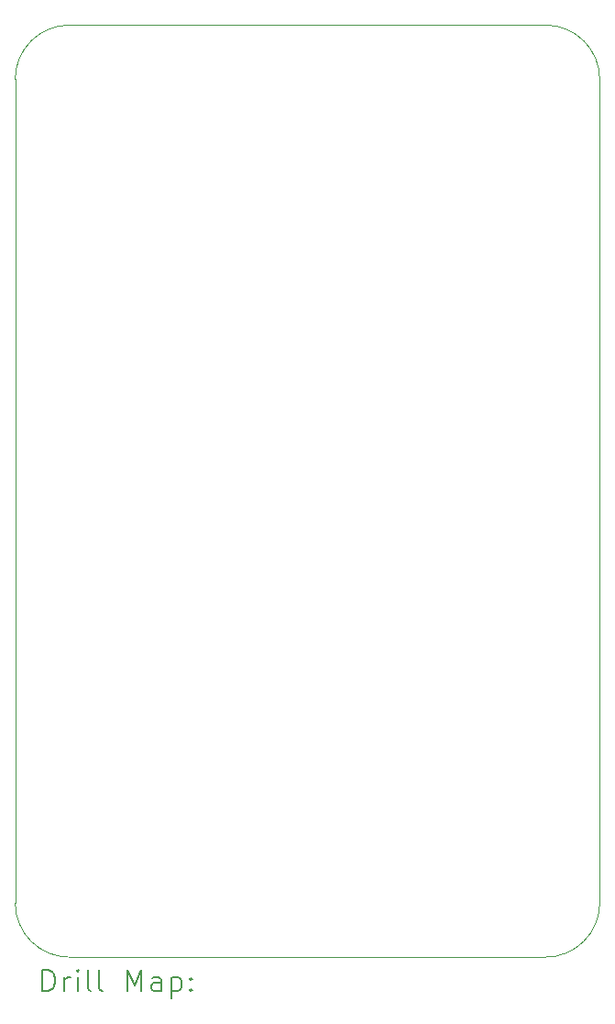
<source format=gbr>
%TF.GenerationSoftware,KiCad,Pcbnew,(6.0.7)*%
%TF.CreationDate,2022-11-23T18:30:10-05:00*%
%TF.ProjectId,Team5_Coaster,5465616d-355f-4436-9f61-737465722e6b,rev?*%
%TF.SameCoordinates,Original*%
%TF.FileFunction,Drillmap*%
%TF.FilePolarity,Positive*%
%FSLAX45Y45*%
G04 Gerber Fmt 4.5, Leading zero omitted, Abs format (unit mm)*
G04 Created by KiCad (PCBNEW (6.0.7)) date 2022-11-23 18:30:10*
%MOMM*%
%LPD*%
G01*
G04 APERTURE LIST*
%ADD10C,0.100000*%
%ADD11C,0.200000*%
G04 APERTURE END LIST*
D10*
X10300000Y-5100000D02*
G75*
G03*
X9800000Y-5600000I0J-500000D01*
G01*
X14700000Y-13700000D02*
G75*
G03*
X15200000Y-13200000I0J500000D01*
G01*
X9800000Y-13200000D02*
G75*
G03*
X10300000Y-13700000I500000J0D01*
G01*
X14700000Y-5100000D02*
X10300000Y-5100000D01*
X15200000Y-13200000D02*
X15200000Y-5600000D01*
X9800000Y-5600000D02*
X9800000Y-13200000D01*
X10300000Y-13700000D02*
X14700000Y-13700000D01*
X15200000Y-5600000D02*
G75*
G03*
X14700000Y-5100000I-500000J0D01*
G01*
D11*
X10052619Y-14015476D02*
X10052619Y-13815476D01*
X10100238Y-13815476D01*
X10128810Y-13825000D01*
X10147857Y-13844048D01*
X10157381Y-13863095D01*
X10166905Y-13901190D01*
X10166905Y-13929762D01*
X10157381Y-13967857D01*
X10147857Y-13986905D01*
X10128810Y-14005952D01*
X10100238Y-14015476D01*
X10052619Y-14015476D01*
X10252619Y-14015476D02*
X10252619Y-13882143D01*
X10252619Y-13920238D02*
X10262143Y-13901190D01*
X10271667Y-13891667D01*
X10290714Y-13882143D01*
X10309762Y-13882143D01*
X10376429Y-14015476D02*
X10376429Y-13882143D01*
X10376429Y-13815476D02*
X10366905Y-13825000D01*
X10376429Y-13834524D01*
X10385952Y-13825000D01*
X10376429Y-13815476D01*
X10376429Y-13834524D01*
X10500238Y-14015476D02*
X10481190Y-14005952D01*
X10471667Y-13986905D01*
X10471667Y-13815476D01*
X10605000Y-14015476D02*
X10585952Y-14005952D01*
X10576429Y-13986905D01*
X10576429Y-13815476D01*
X10833571Y-14015476D02*
X10833571Y-13815476D01*
X10900238Y-13958333D01*
X10966905Y-13815476D01*
X10966905Y-14015476D01*
X11147857Y-14015476D02*
X11147857Y-13910714D01*
X11138333Y-13891667D01*
X11119286Y-13882143D01*
X11081190Y-13882143D01*
X11062143Y-13891667D01*
X11147857Y-14005952D02*
X11128810Y-14015476D01*
X11081190Y-14015476D01*
X11062143Y-14005952D01*
X11052619Y-13986905D01*
X11052619Y-13967857D01*
X11062143Y-13948809D01*
X11081190Y-13939286D01*
X11128810Y-13939286D01*
X11147857Y-13929762D01*
X11243095Y-13882143D02*
X11243095Y-14082143D01*
X11243095Y-13891667D02*
X11262143Y-13882143D01*
X11300238Y-13882143D01*
X11319286Y-13891667D01*
X11328809Y-13901190D01*
X11338333Y-13920238D01*
X11338333Y-13977381D01*
X11328809Y-13996428D01*
X11319286Y-14005952D01*
X11300238Y-14015476D01*
X11262143Y-14015476D01*
X11243095Y-14005952D01*
X11424048Y-13996428D02*
X11433571Y-14005952D01*
X11424048Y-14015476D01*
X11414524Y-14005952D01*
X11424048Y-13996428D01*
X11424048Y-14015476D01*
X11424048Y-13891667D02*
X11433571Y-13901190D01*
X11424048Y-13910714D01*
X11414524Y-13901190D01*
X11424048Y-13891667D01*
X11424048Y-13910714D01*
M02*

</source>
